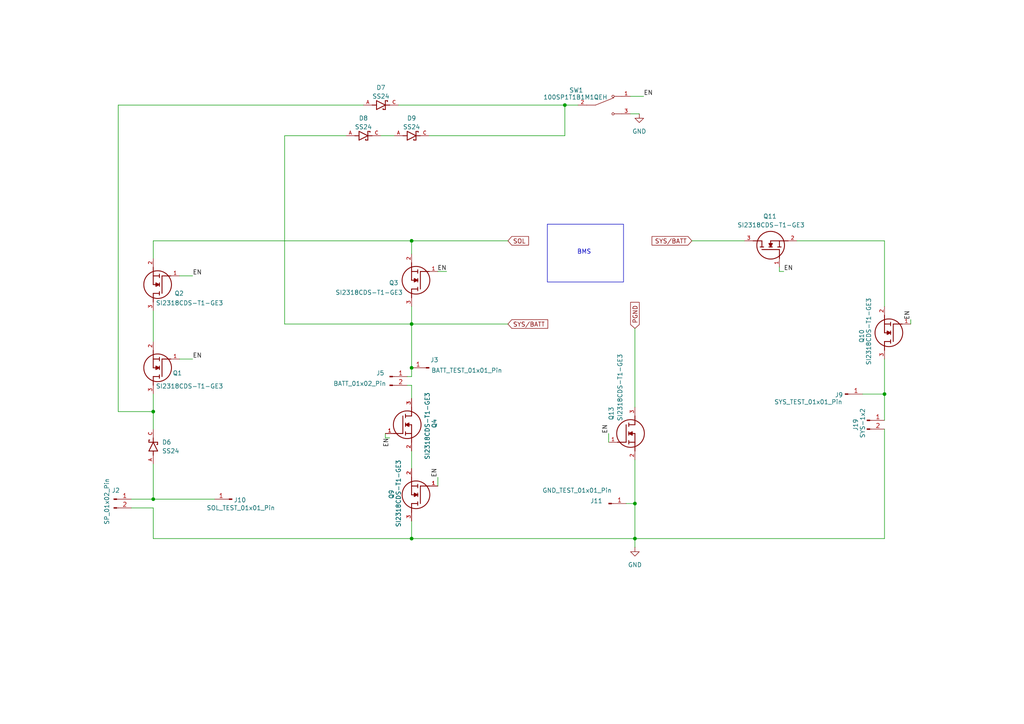
<source format=kicad_sch>
(kicad_sch (version 20250114) (generator "eeschema") (generator_version "9.0")
  (paper "A4")
  (lib_symbols
    (symbol "100SP1T1B1M1QEH:100SP1T1B1M1QEH" (pin_names (offset 1.016))
      (property "Reference" "S" (at -2.54 5.08 0))
      (property "Value" "100SP1T1B1M1QEH" (at -2.54 -5.08 0))
      (symbol "100SP1T1B1M1QEH_0_0"
        (polyline (pts (xy -2.54 0) (xy -5.08 0)) (stroke (width 0.1524)))
        (polyline (pts (xy -2.54 0) (xy 2.794 2.1336)) (stroke (width 0.1524)))
        (circle (center 2.54 2.54) (radius 0.3302) (stroke (width 0.1524)))
        (circle (center 2.54 -2.54) (radius 0.3302) (stroke (width 0.1524)))
        (polyline (pts (xy 5.08 2.54) (xy 2.921 2.54)) (stroke (width 0.1524)))
        (polyline (pts (xy 5.08 -2.54) (xy 2.921 -2.54)) (stroke (width 0.1524)))
        (pin passive line (at -7.62 0 0) (length 2.54) (name "~") (number "2"))
        (pin passive line (at 7.62 2.54 180) (length 2.54) (name "~") (number "1"))
        (pin passive line (at 7.62 -2.54 180) (length 2.54) (name "~") (number "3"))
      )
    )
    (symbol "Connector:Conn_01x01_Pin" (pin_names (offset 1.016) (hide yes))
      (property "Reference" "J" (at 0 2.54 0))
      (property "Value" "Conn_01x01_Pin" (at 0 -2.54 0))
      (symbol "Conn_01x01_Pin_1_1"
        (rectangle (start 0.8636 0.127) (end 0 -0.127) (stroke (width 0.1524)) (fill (type outline)))
        (polyline (pts (xy 1.27 0) (xy 0.8636 0)) (stroke (width 0.1524)))
        (pin passive line (at 5.08 0 180) (length 3.81) (name "Pin_1") (number "1"))
      )
    )
    (symbol "Connector:Conn_01x02_Pin" (pin_names (offset 1.016) (hide yes))
      (property "Reference" "J" (at 0 2.54 0))
      (property "Value" "Conn_01x02_Pin" (at 0 -5.08 0))
      (symbol "Conn_01x02_Pin_1_1"
        (rectangle (start 0.8636 0.127) (end 0 -0.127) (stroke (width 0.1524)) (fill (type outline)))
        (rectangle (start 0.8636 -2.413) (end 0 -2.667) (stroke (width 0.1524)) (fill (type outline)))
        (polyline (pts (xy 1.27 0) (xy 0.8636 0)) (stroke (width 0.1524)))
        (polyline (pts (xy 1.27 -2.54) (xy 0.8636 -2.54)) (stroke (width 0.1524)))
        (pin passive line (at 5.08 0 180) (length 3.81) (name "Pin_1") (number "1"))
        (pin passive line (at 5.08 -2.54 180) (length 3.81) (name "Pin_2") (number "2"))
      )
    )
    (symbol "SI2318CDS-T1-GE3:SI2318CDS-T1-GE3" (pin_names (offset 1.016))
      (property "Reference" "IC" (at 11.43 3.81 0))
      (property "Value" "SI2318CDS-T1-GE3" (at 11.43 1.27 0))
      (symbol "SI2318CDS-T1-GE3_0_0"
        (polyline (pts (xy 2.54 0) (xy 5.08 0)) (stroke (width 0.254)))
        (polyline (pts (xy 5.08 5.08) (xy 5.08 0)) (stroke (width 0.254)))
        (polyline (pts (xy 5.842 5.588) (xy 5.842 4.572)) (stroke (width 0.254)))
        (polyline (pts (xy 5.842 2.54) (xy 6.858 3.048) (xy 6.858 2.032) (xy 5.842 2.54)) (stroke (width 0.254)) (fill (type outline)))
        (polyline (pts (xy 5.842 2.032) (xy 5.842 3.048)) (stroke (width 0.254)))
        (polyline (pts (xy 5.842 0) (xy 7.62 0)) (stroke (width 0.254)))
        (polyline (pts (xy 5.842 -0.508) (xy 5.842 0.508)) (stroke (width 0.254)))
        (circle (center 6.35 2.54) (radius 4.016) (stroke (width 0.254)))
        (polyline (pts (xy 7.62 5.08) (xy 5.842 5.08)) (stroke (width 0.254)))
        (polyline (pts (xy 7.62 5.08) (xy 7.62 7.62)) (stroke (width 0.254)))
        (polyline (pts (xy 7.62 2.54) (xy 5.842 2.54)) (stroke (width 0.254)))
        (polyline (pts (xy 7.62 2.54) (xy 7.62 -2.54)) (stroke (width 0.254)))
        (pin input line (at 0 0 0) (length 2.54) (name "~") (number "1"))
        (pin output line (at 7.62 10.16 270) (length 2.54) (name "~") (number "3"))
        (pin input line (at 7.62 -5.08 90) (length 2.54) (name "~") (number "2"))
      )
    )
    (symbol "SS24:SS24" (pin_names (offset 1.016))
      (property "Reference" "D" (at -5.08 2.54 0))
      (property "Value" "SS24" (at -5.08 -3.81 0))
      (symbol "SS24_0_0"
        (polyline (pts (xy -2.54 0) (xy -1.27 0)) (stroke (width 0.254)))
        (polyline (pts (xy -1.27 1.27) (xy -1.27 -1.27)) (stroke (width 0.254)))
        (polyline (pts (xy -1.27 -1.27) (xy 1.27 0)) (stroke (width 0.254)))
        (polyline (pts (xy 0.635 -1.016) (xy 0.635 -1.27)) (stroke (width 0.254)))
        (polyline (pts (xy 1.27 1.27) (xy 1.27 -1.27)) (stroke (width 0.254)))
        (polyline (pts (xy 1.27 0) (xy -1.27 1.27)) (stroke (width 0.254)))
        (polyline (pts (xy 1.27 -1.27) (xy 0.635 -1.27)) (stroke (width 0.254)))
        (polyline (pts (xy 1.905 1.27) (xy 1.27 1.27)) (stroke (width 0.254)))
        (polyline (pts (xy 1.905 1.27) (xy 1.905 1.016)) (stroke (width 0.254)))
        (polyline (pts (xy 2.54 0) (xy 1.27 0)) (stroke (width 0.254)))
        (pin passive line (at -5.08 0 0) (length 2.54) (name "~") (number "A"))
        (pin passive line (at 5.08 0 180) (length 2.54) (name "~") (number "C"))
      )
    )
    (symbol "power:GND" (power) (pin_numbers (hide yes)) (pin_names (offset 0) (hide yes))
      (property "Value" "GND" (at 0 -3.81 0))
      (symbol "GND_0_1"
        (polyline (pts (xy 0 0) (xy 0 -1.27) (xy 1.27 -1.27) (xy 0 -2.54) (xy -1.27 -1.27) (xy 0 -1.27)))
      )
      (symbol "GND_1_1"
        (pin power_in line (at 0 0 270) (length 0) (name "~") (number "1"))
      )
    )
  )
  (rectangle (start 158.75 65.024) (end 180.848 81.788))
  (text "BMS\n" (at 169.418 73.152 0) (effects (font (size 1.27 1.27))))
  (junction (at 119.38 156.21))
  (junction (at 119.38 69.85))
  (junction (at 184.15 146.05))
  (junction (at 119.38 93.98))
  (junction (at 44.45 144.78))
  (junction (at 184.15 156.21))
  (junction (at 119.38 106.68))
  (junction (at 44.45 119.38))
  (junction (at 256.54 114.3))
  (junction (at 163.83 30.48))
  (wire (pts (xy 115.57 30.48) (xy 163.83 30.48)))
  (wire (pts (xy 256.54 69.85) (xy 256.54 88.9)))
  (wire (pts (xy 118.11 111.76) (xy 119.38 111.76)))
  (wire (pts (xy 182.88 33.02) (xy 185.42 33.02)))
  (wire (pts (xy 34.29 119.38) (xy 34.29 30.48)))
  (wire (pts (xy 111.76 125.73) (xy 111.76 127)))
  (wire (pts (xy 163.83 30.48) (xy 167.64 30.48)))
  (wire (pts (xy 147.32 69.85) (xy 119.38 69.85)))
  (wire (pts (xy 124.46 39.37) (xy 163.83 39.37)))
  (wire (pts (xy 38.1 144.78) (xy 44.45 144.78)))
  (wire (pts (xy 226.06 77.47) (xy 226.06 78.74)))
  (wire (pts (xy 119.38 69.85) (xy 44.45 69.85)))
  (wire (pts (xy 184.15 156.21) (xy 256.54 156.21)))
  (wire (pts (xy 44.45 90.17) (xy 44.45 99.06)))
  (wire (pts (xy 256.54 124.46) (xy 256.54 156.21)))
  (wire (pts (xy 256.54 104.14) (xy 256.54 114.3)))
  (wire (pts (xy 44.45 134.62) (xy 44.45 144.78)))
  (wire (pts (xy 231.14 69.85) (xy 256.54 69.85)))
  (wire (pts (xy 129.54 78.74) (xy 127 78.74)))
  (wire (pts (xy 34.29 30.48) (xy 105.41 30.48)))
  (wire (pts (xy 119.38 130.81) (xy 119.38 135.89)))
  (wire (pts (xy 111.76 127) (xy 113.03 127)))
  (wire (pts (xy 256.54 114.3) (xy 256.54 121.92)))
  (wire (pts (xy 119.38 156.21) (xy 184.15 156.21)))
  (wire (pts (xy 119.38 151.13) (xy 119.38 156.21)))
  (wire (pts (xy 82.55 93.98) (xy 82.55 39.37)))
  (wire (pts (xy 227.33 78.74) (xy 226.06 78.74)))
  (wire (pts (xy 44.45 69.85) (xy 44.45 74.93)))
  (wire (pts (xy 44.45 144.78) (xy 62.23 144.78)))
  (wire (pts (xy 44.45 119.38) (xy 44.45 124.46)))
  (wire (pts (xy 182.88 27.94) (xy 186.69 27.94)))
  (wire (pts (xy 52.07 80.01) (xy 55.88 80.01)))
  (wire (pts (xy 44.45 156.21) (xy 119.38 156.21)))
  (wire (pts (xy 118.11 109.22) (xy 119.38 109.22)))
  (wire (pts (xy 163.83 30.48) (xy 163.83 39.37)))
  (wire (pts (xy 184.15 118.11) (xy 184.15 95.25)))
  (wire (pts (xy 44.45 119.38) (xy 34.29 119.38)))
  (wire (pts (xy 184.15 146.05) (xy 184.15 133.35)))
  (wire (pts (xy 110.49 39.37) (xy 114.3 39.37)))
  (wire (pts (xy 176.53 128.27) (xy 176.53 125.73)))
  (wire (pts (xy 44.45 147.32) (xy 44.45 156.21)))
  (wire (pts (xy 119.38 88.9) (xy 119.38 93.98)))
  (wire (pts (xy 119.38 93.98) (xy 119.38 106.68)))
  (wire (pts (xy 119.38 93.98) (xy 82.55 93.98)))
  (wire (pts (xy 264.16 93.98) (xy 264.16 92.71)))
  (wire (pts (xy 184.15 146.05) (xy 184.15 156.21)))
  (wire (pts (xy 44.45 147.32) (xy 38.1 147.32)))
  (wire (pts (xy 184.15 146.05) (xy 181.61 146.05)))
  (wire (pts (xy 119.38 109.22) (xy 119.38 106.68)))
  (wire (pts (xy 119.38 111.76) (xy 119.38 115.57)))
  (wire (pts (xy 250.19 114.3) (xy 256.54 114.3)))
  (wire (pts (xy 200.66 69.85) (xy 215.9 69.85)))
  (wire (pts (xy 44.45 114.3) (xy 44.45 119.38)))
  (wire (pts (xy 52.07 104.14) (xy 55.88 104.14)))
  (wire (pts (xy 184.15 156.21) (xy 184.15 158.75)))
  (wire (pts (xy 119.38 69.85) (xy 119.38 73.66)))
  (wire (pts (xy 119.38 93.98) (xy 147.32 93.98)))
  (wire (pts (xy 127 138.43) (xy 127 140.97)))
  (wire (pts (xy 82.55 39.37) (xy 100.33 39.37)))
  (label "EN" (at 55.88 104.14 0))
  (label "EN" (at 129.54 78.74 180))
  (label "EN" (at 127 138.43 90))
  (label "EN" (at 176.53 125.73 90))
  (label "EN" (at 113.03 127 270))
  (label "EN" (at 55.88 80.01 0))
  (label "EN" (at 186.69 27.94 0))
  (label "EN" (at 264.16 92.71 90))
  (label "EN" (at 227.33 78.74 0))
  (global_label "SYS{slash}BATT" (shape input) (at 200.66 69.85 180) (property "Intersheetrefs" "${INTERSHEET_REFS}" (effects (hide yes))))
  (global_label "PGND" (shape input) (at 184.15 95.25 90) (property "Intersheetrefs" "${INTERSHEET_REFS}" (effects (hide yes))))
  (global_label "SYS{slash}BATT" (shape input) (at 147.32 93.98 0) (property "Intersheetrefs" "${INTERSHEET_REFS}" (effects (hide yes))))
  (global_label "SOL" (shape input) (at 147.32 69.85 0) (property "Intersheetrefs" "${INTERSHEET_REFS}" (effects (hide yes))))
  (symbol (lib_id "SS24:SS24") (at 119.38 39.37 0) (unit 1)
    (property "Reference" "D9" (at 119.38 34.29 0))
    (property "Value" "SS24" (at 119.38 36.83 0))
    (property "Footprint" "bmsfootprints:SS24" (effects (hide yes)))
    (property "PARTREV" "N2306" (effects (hide yes)))
    (property "MANUFACTURER" "Taiwan Semiconductor" (effects (hide yes)))
    (property "SNAPEDA_PN" "SS22" (effects (hide yes)))
    (property "MAXIMUM_PACKAGE_HEIGHT" "2.65mm" (effects (hide yes)))
    (property "STANDARD" "Manufacturer Recommendations" (effects (hide yes)))
  )
  (symbol (lib_id "SI2318CDS-T1-GE3:SI2318CDS-T1-GE3") (at 127 78.74 180) (unit 1)
    (property "Reference" "Q3" (at 115.57 82.042 0) (effects (justify left)))
    (property "Value" "SI2318CDS-T1-GE3" (at 116.84 84.836 0) (effects (justify left)))
    (property "Footprint" "bmsfootprints:SI2318CDS-T1-GE3" (effects (hide yes)))
    (property "MANUFACTURER_NAME" "Vishay" (effects (hide yes)))
    (property "MF" "Vishay Siliconix" (effects (hide yes)))
    (property "MOUSER_PRICE-STOCK" "https://www.mouser.com/Search/Refine.aspx?Keyword=781-SI2318CDS-T1-GE3" (effects (hide yes)))
    (property "DESCRIPTION" "Vishay SI2318CDS-T1-GE3 N-channel MOSFET Transistor, 5.6 A, 40 V, 3-Pin SOT-23" (effects (hide yes)))
    (property "RS_PART_NUMBER" "7879036P" (effects (hide yes)))
    (property "Price" "None" (effects (hide yes)))
    (property "MOUSER_PART_NUMBER" "781-SI2318CDS-T1-GE3" (effects (hide yes)))
    (property "Check_prices" "https://www.snapeda.com/parts/SI2318CDS-T1-GE3/Vishay/view-part/?ref=eda" (effects (hide yes)))
    (property "HEIGHT" "1.12mm" (effects (hide yes)))
    (property "SnapEDA_Link" "https://www.snapeda.com/parts/SI2318CDS-T1-GE3/Vishay/view-part/?ref=snap" (effects (hide yes)))
    (property "MP" "SI2318CDS-T1-GE3" (effects (hide yes)))
    (property "Package" "SOT-23-3 Vishay Siliconix" (effects (hide yes)))
    (property "Purchase-URL" "https://www.snapeda.com/api/url_track_click_mouser/?unipart_id=412811&manufacturer=Vishay Siliconix&part_name=SI2318CDS-T1-GE3&search_term=None" (effects (hide yes)))
    (property "RS_PRICE-STOCK" "http://uk.rs-online.com/web/p/products/7879036P" (effects (hide yes)))
    (property "Description_1" "SI2318CDS-T1-GE3 N-channel MOSFET Transistor, 5.6 A, 40 V, 3-Pin SOT-23 | Siliconix / Vishay SI2318CDS-T1-GE3" (effects (hide yes)))
    (property "Availability" "In Stock" (effects (hide yes)))
    (property "MANUFACTURER_PART_NUMBER" "SI2318CDS-T1-GE3" (effects (hide yes)))
  )
  (symbol (lib_id "SS24:SS24") (at 110.49 30.48 0) (unit 1)
    (property "Reference" "D7" (at 110.49 25.4 0))
    (property "Value" "SS24" (at 110.49 27.94 0))
    (property "Footprint" "bmsfootprints:SS24" (effects (hide yes)))
    (property "PARTREV" "N2306" (effects (hide yes)))
    (property "MANUFACTURER" "Taiwan Semiconductor" (effects (hide yes)))
    (property "SNAPEDA_PN" "SS22" (effects (hide yes)))
    (property "MAXIMUM_PACKAGE_HEIGHT" "2.65mm" (effects (hide yes)))
    (property "STANDARD" "Manufacturer Recommendations" (effects (hide yes)))
  )
  (symbol (lib_id "Connector:Conn_01x02_Pin") (at 251.46 121.92 0) (unit 1)
    (property "Reference" "J19" (at 248.158 121.412 90) (effects (justify right)))
    (property "Value" "SYS-1x2" (at 250.19 118.364 90) (effects (justify right)))
    (property "Footprint" "Connector_PinHeader_2.54mm:PinHeader_1x02_P2.54mm_Vertical" (effects (hide yes)))
    (property "Description" "Generic connector, single row, 01x02, script generated" (effects (hide yes)))
  )
  (symbol (lib_id "Connector:Conn_01x01_Pin") (at 245.11 114.3 0) (unit 1)
    (property "Reference" "J9" (at 243.332 114.554 0))
    (property "Value" "SYS_TEST_01x01_Pin" (at 234.442 116.586 0))
    (property "Footprint" "Connector_PinHeader_2.54mm:PinHeader_1x01_P2.54mm_Vertical" (effects (hide yes)))
    (property "Description" "Generic connector, single row, 01x01, script generated" (effects (hide yes)))
  )
  (symbol (lib_id "Connector:Conn_01x02_Pin") (at 113.03 109.22 0) (unit 1)
    (property "Reference" "J5" (at 111.506 108.204 0) (effects (justify right)))
    (property "Value" "BATT_01x02_Pin" (at 112.014 111.252 0) (effects (justify right)))
    (property "Footprint" "Connector_PinHeader_2.54mm:PinHeader_1x02_P2.54mm_Vertical" (effects (hide yes)))
    (property "Description" "Generic connector, single row, 01x02, script generated" (effects (hide yes)))
  )
  (symbol (lib_id "Connector:Conn_01x01_Pin") (at 176.53 146.05 0) (unit 1)
    (property "Reference" "J11" (at 172.974 145.288 0))
    (property "Value" "GND_TEST_01x01_Pin" (at 167.386 142.24 0))
    (property "Footprint" "Connector_PinHeader_2.54mm:PinHeader_1x01_P2.54mm_Vertical" (effects (hide yes)))
    (property "Description" "Generic connector, single row, 01x01, script generated" (effects (hide yes)))
  )
  (symbol (lib_id "SI2318CDS-T1-GE3:SI2318CDS-T1-GE3") (at 226.06 77.47 90) (unit 1)
    (property "Reference" "Q11" (at 225.298 62.738 90) (effects (justify left)))
    (property "Value" "SI2318CDS-T1-GE3" (at 233.426 65.278 90) (effects (justify left)))
    (property "Footprint" "bmsfootprints:SI2318CDS-T1-GE3" (effects (hide yes)))
    (property "MANUFACTURER_NAME" "Vishay" (effects (hide yes)))
    (property "MF" "Vishay Siliconix" (effects (hide yes)))
    (property "MOUSER_PRICE-STOCK" "https://www.mouser.com/Search/Refine.aspx?Keyword=781-SI2318CDS-T1-GE3" (effects (hide yes)))
    (property "DESCRIPTION" "Vishay SI2318CDS-T1-GE3 N-channel MOSFET Transistor, 5.6 A, 40 V, 3-Pin SOT-23" (effects (hide yes)))
    (property "RS_PART_NUMBER" "7879036P" (effects (hide yes)))
    (property "Price" "None" (effects (hide yes)))
    (property "MOUSER_PART_NUMBER" "781-SI2318CDS-T1-GE3" (effects (hide yes)))
    (property "Check_prices" "https://www.snapeda.com/parts/SI2318CDS-T1-GE3/Vishay/view-part/?ref=eda" (effects (hide yes)))
    (property "HEIGHT" "1.12mm" (effects (hide yes)))
    (property "SnapEDA_Link" "https://www.snapeda.com/parts/SI2318CDS-T1-GE3/Vishay/view-part/?ref=snap" (effects (hide yes)))
    (property "MP" "SI2318CDS-T1-GE3" (effects (hide yes)))
    (property "Package" "SOT-23-3 Vishay Siliconix" (effects (hide yes)))
    (property "Purchase-URL" "https://www.snapeda.com/api/url_track_click_mouser/?unipart_id=412811&manufacturer=Vishay Siliconix&part_name=SI2318CDS-T1-GE3&search_term=None" (effects (hide yes)))
    (property "RS_PRICE-STOCK" "http://uk.rs-online.com/web/p/products/7879036P" (effects (hide yes)))
    (property "Description_1" "SI2318CDS-T1-GE3 N-channel MOSFET Transistor, 5.6 A, 40 V, 3-Pin SOT-23 | Siliconix / Vishay SI2318CDS-T1-GE3" (effects (hide yes)))
    (property "Availability" "In Stock" (effects (hide yes)))
    (property "MANUFACTURER_PART_NUMBER" "SI2318CDS-T1-GE3" (effects (hide yes)))
  )
  (symbol (lib_id "SI2318CDS-T1-GE3:SI2318CDS-T1-GE3") (at 264.16 93.98 180) (unit 1)
    (property "Reference" "Q10" (at 249.936 95.504 90) (effects (justify left)))
    (property "Value" "SI2318CDS-T1-GE3" (at 251.968 86.36 90) (effects (justify left)))
    (property "Footprint" "bmsfootprints:SI2318CDS-T1-GE3" (effects (hide yes)))
    (property "MANUFACTURER_NAME" "Vishay" (effects (hide yes)))
    (property "MF" "Vishay Siliconix" (effects (hide yes)))
    (property "MOUSER_PRICE-STOCK" "https://www.mouser.com/Search/Refine.aspx?Keyword=781-SI2318CDS-T1-GE3" (effects (hide yes)))
    (property "DESCRIPTION" "Vishay SI2318CDS-T1-GE3 N-channel MOSFET Transistor, 5.6 A, 40 V, 3-Pin SOT-23" (effects (hide yes)))
    (property "RS_PART_NUMBER" "7879036P" (effects (hide yes)))
    (property "Price" "None" (effects (hide yes)))
    (property "MOUSER_PART_NUMBER" "781-SI2318CDS-T1-GE3" (effects (hide yes)))
    (property "Check_prices" "https://www.snapeda.com/parts/SI2318CDS-T1-GE3/Vishay/view-part/?ref=eda" (effects (hide yes)))
    (property "HEIGHT" "1.12mm" (effects (hide yes)))
    (property "SnapEDA_Link" "https://www.snapeda.com/parts/SI2318CDS-T1-GE3/Vishay/view-part/?ref=snap" (effects (hide yes)))
    (property "MP" "SI2318CDS-T1-GE3" (effects (hide yes)))
    (property "Package" "SOT-23-3 Vishay Siliconix" (effects (hide yes)))
    (property "Purchase-URL" "https://www.snapeda.com/api/url_track_click_mouser/?unipart_id=412811&manufacturer=Vishay Siliconix&part_name=SI2318CDS-T1-GE3&search_term=None" (effects (hide yes)))
    (property "RS_PRICE-STOCK" "http://uk.rs-online.com/web/p/products/7879036P" (effects (hide yes)))
    (property "Description_1" "SI2318CDS-T1-GE3 N-channel MOSFET Transistor, 5.6 A, 40 V, 3-Pin SOT-23 | Siliconix / Vishay SI2318CDS-T1-GE3" (effects (hide yes)))
    (property "Availability" "In Stock" (effects (hide yes)))
    (property "MANUFACTURER_PART_NUMBER" "SI2318CDS-T1-GE3" (effects (hide yes)))
  )
  (symbol (lib_id "Connector:Conn_01x01_Pin") (at 124.46 106.68 180) (unit 1)
    (property "Reference" "J3" (at 125.984 104.394 0))
    (property "Value" "BATT_TEST_01x01_Pin" (at 135.382 107.442 0))
    (property "Footprint" "Connector_PinHeader_2.54mm:PinHeader_1x01_P2.54mm_Vertical" (effects (hide yes)))
    (property "Description" "Generic connector, single row, 01x01, script generated" (effects (hide yes)))
  )
  (symbol (lib_id "SI2318CDS-T1-GE3:SI2318CDS-T1-GE3") (at 52.07 80.01 180) (unit 1)
    (property "Reference" "Q2" (at 53.34 85.09 0) (effects (justify left)))
    (property "Value" "SI2318CDS-T1-GE3" (at 64.77 87.884 0) (effects (justify left)))
    (property "Footprint" "bmsfootprints:SI2318CDS-T1-GE3" (effects (hide yes)))
    (property "MANUFACTURER_NAME" "Vishay" (effects (hide yes)))
    (property "MF" "Vishay Siliconix" (effects (hide yes)))
    (property "MOUSER_PRICE-STOCK" "https://www.mouser.com/Search/Refine.aspx?Keyword=781-SI2318CDS-T1-GE3" (effects (hide yes)))
    (property "DESCRIPTION" "Vishay SI2318CDS-T1-GE3 N-channel MOSFET Transistor, 5.6 A, 40 V, 3-Pin SOT-23" (effects (hide yes)))
    (property "RS_PART_NUMBER" "7879036P" (effects (hide yes)))
    (property "Price" "None" (effects (hide yes)))
    (property "MOUSER_PART_NUMBER" "781-SI2318CDS-T1-GE3" (effects (hide yes)))
    (property "Check_prices" "https://www.snapeda.com/parts/SI2318CDS-T1-GE3/Vishay/view-part/?ref=eda" (effects (hide yes)))
    (property "HEIGHT" "1.12mm" (effects (hide yes)))
    (property "SnapEDA_Link" "https://www.snapeda.com/parts/SI2318CDS-T1-GE3/Vishay/view-part/?ref=snap" (effects (hide yes)))
    (property "MP" "SI2318CDS-T1-GE3" (effects (hide yes)))
    (property "Package" "SOT-23-3 Vishay Siliconix" (effects (hide yes)))
    (property "Purchase-URL" "https://www.snapeda.com/api/url_track_click_mouser/?unipart_id=412811&manufacturer=Vishay Siliconix&part_name=SI2318CDS-T1-GE3&search_term=None" (effects (hide yes)))
    (property "RS_PRICE-STOCK" "http://uk.rs-online.com/web/p/products/7879036P" (effects (hide yes)))
    (property "Description_1" "SI2318CDS-T1-GE3 N-channel MOSFET Transistor, 5.6 A, 40 V, 3-Pin SOT-23 | Siliconix / Vishay SI2318CDS-T1-GE3" (effects (hide yes)))
    (property "Availability" "In Stock" (effects (hide yes)))
    (property "MANUFACTURER_PART_NUMBER" "SI2318CDS-T1-GE3" (effects (hide yes)))
  )
  (symbol (lib_id "SI2318CDS-T1-GE3:SI2318CDS-T1-GE3") (at 52.07 104.14 180) (unit 1)
    (property "Reference" "Q1" (at 52.832 108.204 0) (effects (justify left)))
    (property "Value" "SI2318CDS-T1-GE3" (at 64.77 112.014 0) (effects (justify left)))
    (property "Footprint" "bmsfootprints:SI2318CDS-T1-GE3" (effects (hide yes)))
    (property "MANUFACTURER_NAME" "Vishay" (effects (hide yes)))
    (property "MF" "Vishay Siliconix" (effects (hide yes)))
    (property "MOUSER_PRICE-STOCK" "https://www.mouser.com/Search/Refine.aspx?Keyword=781-SI2318CDS-T1-GE3" (effects (hide yes)))
    (property "DESCRIPTION" "Vishay SI2318CDS-T1-GE3 N-channel MOSFET Transistor, 5.6 A, 40 V, 3-Pin SOT-23" (effects (hide yes)))
    (property "RS_PART_NUMBER" "7879036P" (effects (hide yes)))
    (property "Price" "None" (effects (hide yes)))
    (property "MOUSER_PART_NUMBER" "781-SI2318CDS-T1-GE3" (effects (hide yes)))
    (property "Check_prices" "https://www.snapeda.com/parts/SI2318CDS-T1-GE3/Vishay/view-part/?ref=eda" (effects (hide yes)))
    (property "HEIGHT" "1.12mm" (effects (hide yes)))
    (property "SnapEDA_Link" "https://www.snapeda.com/parts/SI2318CDS-T1-GE3/Vishay/view-part/?ref=snap" (effects (hide yes)))
    (property "MP" "SI2318CDS-T1-GE3" (effects (hide yes)))
    (property "Package" "SOT-23-3 Vishay Siliconix" (effects (hide yes)))
    (property "Purchase-URL" "https://www.snapeda.com/api/url_track_click_mouser/?unipart_id=412811&manufacturer=Vishay Siliconix&part_name=SI2318CDS-T1-GE3&search_term=None" (effects (hide yes)))
    (property "RS_PRICE-STOCK" "http://uk.rs-online.com/web/p/products/7879036P" (effects (hide yes)))
    (property "Description_1" "SI2318CDS-T1-GE3 N-channel MOSFET Transistor, 5.6 A, 40 V, 3-Pin SOT-23 | Siliconix / Vishay SI2318CDS-T1-GE3" (effects (hide yes)))
    (property "Availability" "In Stock" (effects (hide yes)))
    (property "MANUFACTURER_PART_NUMBER" "SI2318CDS-T1-GE3" (effects (hide yes)))
  )
  (symbol (lib_id "SS24:SS24") (at 44.45 129.54 90) (unit 1)
    (property "Reference" "D6" (at 46.99 128.2699 90) (effects (justify right)))
    (property "Value" "SS24" (at 46.99 130.8099 90) (effects (justify right)))
    (property "Footprint" "bmsfootprints:SS24" (effects (hide yes)))
    (property "PARTREV" "N2306" (effects (hide yes)))
    (property "MANUFACTURER" "Taiwan Semiconductor" (effects (hide yes)))
    (property "SNAPEDA_PN" "SS22" (effects (hide yes)))
    (property "MAXIMUM_PACKAGE_HEIGHT" "2.65mm" (effects (hide yes)))
    (property "STANDARD" "Manufacturer Recommendations" (effects (hide yes)))
  )
  (symbol (lib_id "SI2318CDS-T1-GE3:SI2318CDS-T1-GE3") (at 111.76 125.73 0) (unit 1)
    (property "Reference" "Q4" (at 125.984 124.206 90) (effects (justify left)))
    (property "Value" "SI2318CDS-T1-GE3" (at 123.952 133.35 90) (effects (justify left)))
    (property "Footprint" "bmsfootprints:SI2318CDS-T1-GE3" (effects (hide yes)))
    (property "MANUFACTURER_NAME" "Vishay" (effects (hide yes)))
    (property "MF" "Vishay Siliconix" (effects (hide yes)))
    (property "MOUSER_PRICE-STOCK" "https://www.mouser.com/Search/Refine.aspx?Keyword=781-SI2318CDS-T1-GE3" (effects (hide yes)))
    (property "DESCRIPTION" "Vishay SI2318CDS-T1-GE3 N-channel MOSFET Transistor, 5.6 A, 40 V, 3-Pin SOT-23" (effects (hide yes)))
    (property "RS_PART_NUMBER" "7879036P" (effects (hide yes)))
    (property "Price" "None" (effects (hide yes)))
    (property "MOUSER_PART_NUMBER" "781-SI2318CDS-T1-GE3" (effects (hide yes)))
    (property "Check_prices" "https://www.snapeda.com/parts/SI2318CDS-T1-GE3/Vishay/view-part/?ref=eda" (effects (hide yes)))
    (property "HEIGHT" "1.12mm" (effects (hide yes)))
    (property "SnapEDA_Link" "https://www.snapeda.com/parts/SI2318CDS-T1-GE3/Vishay/view-part/?ref=snap" (effects (hide yes)))
    (property "MP" "SI2318CDS-T1-GE3" (effects (hide yes)))
    (property "Package" "SOT-23-3 Vishay Siliconix" (effects (hide yes)))
    (property "Purchase-URL" "https://www.snapeda.com/api/url_track_click_mouser/?unipart_id=412811&manufacturer=Vishay Siliconix&part_name=SI2318CDS-T1-GE3&search_term=None" (effects (hide yes)))
    (property "RS_PRICE-STOCK" "http://uk.rs-online.com/web/p/products/7879036P" (effects (hide yes)))
    (property "Description_1" "SI2318CDS-T1-GE3 N-channel MOSFET Transistor, 5.6 A, 40 V, 3-Pin SOT-23 | Siliconix / Vishay SI2318CDS-T1-GE3" (effects (hide yes)))
    (property "Availability" "In Stock" (effects (hide yes)))
    (property "MANUFACTURER_PART_NUMBER" "SI2318CDS-T1-GE3" (effects (hide yes)))
  )
  (symbol (lib_id "100SP1T1B1M1QEH:100SP1T1B1M1QEH") (at 175.26 30.48 0) (unit 1)
    (property "Reference" "SW1" (at 167.132 26.162 0))
    (property "Value" "100SP1T1B1M1QEH" (at 166.878 28.194 0))
    (property "Footprint" "bmsfootprints:SW_100SP1T1B1M1QEH" (effects (hide yes)))
    (property "MF" "E-Switch" (effects (hide yes)))
    (property "MAXIMUM_PACKAGE_HEIGHT" "30.21 mm" (effects (hide yes)))
    (property "Package" "None" (effects (hide yes)))
    (property "Price" "None" (effects (hide yes)))
    (property "Check_prices" "https://www.snapeda.com/parts/100SP1T1B1M1QEH/E-Switch/view-part/?ref=eda" (effects (hide yes)))
    (property "STANDARD" "IPC 7351B" (effects (hide yes)))
    (property "PARTREV" "D" (effects (hide yes)))
    (property "SnapEDA_Link" "https://www.snapeda.com/parts/100SP1T1B1M1QEH/E-Switch/view-part/?ref=snap" (effects (hide yes)))
    (property "MP" "100SP1T1B1M1QEH" (effects (hide yes)))
    (property "Description_1" "Toggle Switch, 100 Series, SPDT, ON-NONE-ON, Sealed, 5A, 120VAC, 28VDC, Solder | E-Switch 100SP1T1B1M1QEH" (effects (hide yes)))
    (property "Availability" "In Stock" (effects (hide yes)))
    (property "MANUFACTURER" "E-switch" (effects (hide yes)))
  )
  (symbol (lib_id "power:GND") (at 185.42 33.02 0) (unit 1)
    (property "Reference" "#PWR015" (effects (hide yes)))
    (property "Value" "GND" (at 185.42 38.1 0))
    (property "Description" "Power symbol creates a global label with name \"GND\" , ground" (effects (hide yes)))
  )
  (symbol (lib_id "SS24:SS24") (at 105.41 39.37 0) (unit 1)
    (property "Reference" "D8" (at 105.41 34.29 0))
    (property "Value" "SS24" (at 105.41 36.83 0))
    (property "Footprint" "bmsfootprints:SS24" (effects (hide yes)))
    (property "PARTREV" "N2306" (effects (hide yes)))
    (property "MANUFACTURER" "Taiwan Semiconductor" (effects (hide yes)))
    (property "SNAPEDA_PN" "SS22" (effects (hide yes)))
    (property "MAXIMUM_PACKAGE_HEIGHT" "2.65mm" (effects (hide yes)))
    (property "STANDARD" "Manufacturer Recommendations" (effects (hide yes)))
  )
  (symbol (lib_id "Connector:Conn_01x01_Pin") (at 67.31 144.78 180) (unit 1)
    (property "Reference" "J10" (at 69.596 145.034 0))
    (property "Value" "SOL_TEST_01x01_Pin" (at 69.85 147.32 0))
    (property "Footprint" "Connector_PinHeader_2.54mm:PinHeader_1x01_P2.54mm_Vertical" (effects (hide yes)))
    (property "Description" "Generic connector, single row, 01x01, script generated" (effects (hide yes)))
  )
  (symbol (lib_id "Connector:Conn_01x02_Pin") (at 33.02 144.78 0) (unit 1)
    (property "Reference" "J2" (at 34.798 142.24 0) (effects (justify right)))
    (property "Value" "SP_01x02_Pin" (at 30.988 138.684 90) (effects (justify right)))
    (property "Footprint" "Connector_PinHeader_2.54mm:PinHeader_1x02_P2.54mm_Vertical" (effects (hide yes)))
    (property "Description" "Generic connector, single row, 01x02, script generated" (effects (hide yes)))
  )
  (symbol (lib_id "power:GND") (at 184.15 158.75 0) (unit 1)
    (property "Reference" "#PWR026" (effects (hide yes)))
    (property "Value" "GND" (at 184.15 163.83 0))
    (property "Description" "Power symbol creates a global label with name \"GND\" , ground" (effects (hide yes)))
  )
  (symbol (lib_id "SI2318CDS-T1-GE3:SI2318CDS-T1-GE3") (at 176.53 128.27 0) (unit 1)
    (property "Reference" "Q13" (at 177.292 121.92 90) (effects (justify left)))
    (property "Value" "SI2318CDS-T1-GE3" (at 179.832 122.174 90) (effects (justify left)))
    (property "Footprint" "bmsfootprints:SI2318CDS-T1-GE3" (effects (hide yes)))
    (property "MANUFACTURER_NAME" "Vishay" (effects (hide yes)))
    (property "MF" "Vishay Siliconix" (effects (hide yes)))
    (property "MOUSER_PRICE-STOCK" "https://www.mouser.com/Search/Refine.aspx?Keyword=781-SI2318CDS-T1-GE3" (effects (hide yes)))
    (property "DESCRIPTION" "Vishay SI2318CDS-T1-GE3 N-channel MOSFET Transistor, 5.6 A, 40 V, 3-Pin SOT-23" (effects (hide yes)))
    (property "RS_PART_NUMBER" "7879036P" (effects (hide yes)))
    (property "Price" "None" (effects (hide yes)))
    (property "MOUSER_PART_NUMBER" "781-SI2318CDS-T1-GE3" (effects (hide yes)))
    (property "Check_prices" "https://www.snapeda.com/parts/SI2318CDS-T1-GE3/Vishay/view-part/?ref=eda" (effects (hide yes)))
    (property "HEIGHT" "1.12mm" (effects (hide yes)))
    (property "SnapEDA_Link" "https://www.snapeda.com/parts/SI2318CDS-T1-GE3/Vishay/view-part/?ref=snap" (effects (hide yes)))
    (property "MP" "SI2318CDS-T1-GE3" (effects (hide yes)))
    (property "Package" "SOT-23-3 Vishay Siliconix" (effects (hide yes)))
    (property "Purchase-URL" "https://www.snapeda.com/api/url_track_click_mouser/?unipart_id=412811&manufacturer=Vishay Siliconix&part_name=SI2318CDS-T1-GE3&search_term=None" (effects (hide yes)))
    (property "RS_PRICE-STOCK" "http://uk.rs-online.com/web/p/products/7879036P" (effects (hide yes)))
    (property "Description_1" "SI2318CDS-T1-GE3 N-channel MOSFET Transistor, 5.6 A, 40 V, 3-Pin SOT-23 | Siliconix / Vishay SI2318CDS-T1-GE3" (effects (hide yes)))
    (property "Availability" "In Stock" (effects (hide yes)))
    (property "MANUFACTURER_PART_NUMBER" "SI2318CDS-T1-GE3" (effects (hide yes)))
  )
  (symbol (lib_id "SI2318CDS-T1-GE3:SI2318CDS-T1-GE3") (at 127 140.97 180) (unit 1)
    (property "Reference" "Q9" (at 113.538 141.986 90) (effects (justify left)))
    (property "Value" "SI2318CDS-T1-GE3" (at 115.57 133.35 90) (effects (justify left)))
    (property "Footprint" "bmsfootprints:SI2318CDS-T1-GE3" (effects (hide yes)))
    (property "MANUFACTURER_NAME" "Vishay" (effects (hide yes)))
    (property "MF" "Vishay Siliconix" (effects (hide yes)))
    (property "MOUSER_PRICE-STOCK" "https://www.mouser.com/Search/Refine.aspx?Keyword=781-SI2318CDS-T1-GE3" (effects (hide yes)))
    (property "DESCRIPTION" "Vishay SI2318CDS-T1-GE3 N-channel MOSFET Transistor, 5.6 A, 40 V, 3-Pin SOT-23" (effects (hide yes)))
    (property "RS_PART_NUMBER" "7879036P" (effects (hide yes)))
    (property "Price" "None" (effects (hide yes)))
    (property "MOUSER_PART_NUMBER" "781-SI2318CDS-T1-GE3" (effects (hide yes)))
    (property "Check_prices" "https://www.snapeda.com/parts/SI2318CDS-T1-GE3/Vishay/view-part/?ref=eda" (effects (hide yes)))
    (property "HEIGHT" "1.12mm" (effects (hide yes)))
    (property "SnapEDA_Link" "https://www.snapeda.com/parts/SI2318CDS-T1-GE3/Vishay/view-part/?ref=snap" (effects (hide yes)))
    (property "MP" "SI2318CDS-T1-GE3" (effects (hide yes)))
    (property "Package" "SOT-23-3 Vishay Siliconix" (effects (hide yes)))
    (property "Purchase-URL" "https://www.snapeda.com/api/url_track_click_mouser/?unipart_id=412811&manufacturer=Vishay Siliconix&part_name=SI2318CDS-T1-GE3&search_term=None" (effects (hide yes)))
    (property "RS_PRICE-STOCK" "http://uk.rs-online.com/web/p/products/7879036P" (effects (hide yes)))
    (property "Description_1" "SI2318CDS-T1-GE3 N-channel MOSFET Transistor, 5.6 A, 40 V, 3-Pin SOT-23 | Siliconix / Vishay SI2318CDS-T1-GE3" (effects (hide yes)))
    (property "Availability" "In Stock" (effects (hide yes)))
    (property "MANUFACTURER_PART_NUMBER" "SI2318CDS-T1-GE3" (effects (hide yes)))
  )
)
</source>
